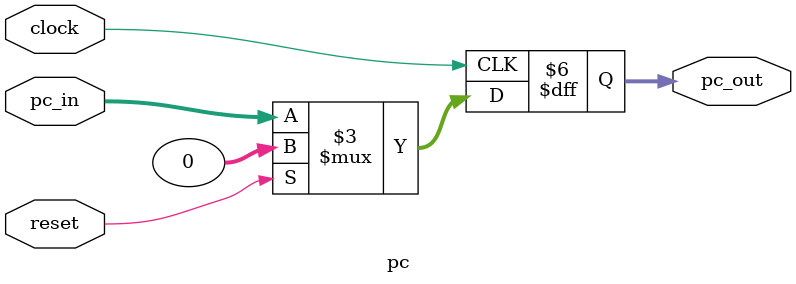
<source format=v>
module pc(
	clock,
	reset,
	pc_in,
	pc_out
);

  
	reg [31:0] pc_reg;

	input wire clock;
	input wire reset;
	input wire [31:0] pc_in;
	output reg [31:0] pc_out;

  // we assume the output of the jumpmux will be
  // stable until the start of the posedge of the next
  // clock cycle
	always@(posedge clock) begin
		if (reset)
    begin
			pc_reg  = 32'h0;
    end
		else
    begin
			pc_reg = pc_in;
    end
		
		pc_out = pc_reg;
	end

endmodule

</source>
